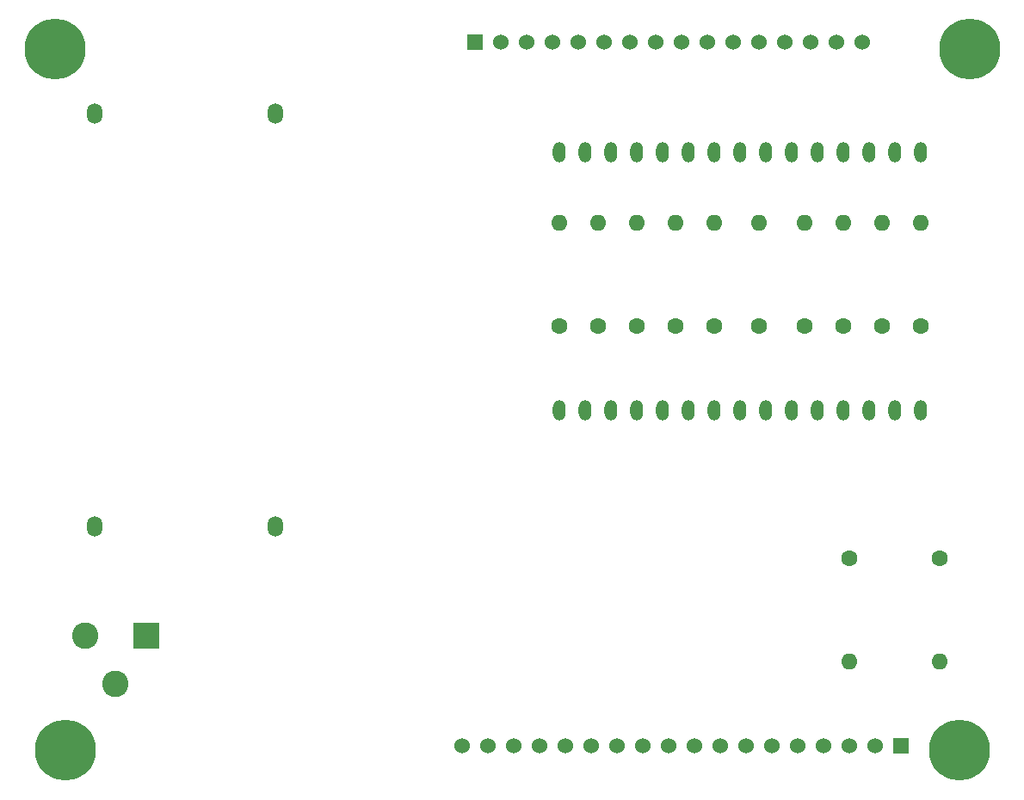
<source format=gbs>
G04 #@! TF.FileFunction,Soldermask,Bot*
%FSLAX46Y46*%
G04 Gerber Fmt 4.6, Leading zero omitted, Abs format (unit mm)*
G04 Created by KiCad (PCBNEW 4.0.7) date 04/07/18 01:33:42*
%MOMM*%
%LPD*%
G01*
G04 APERTURE LIST*
%ADD10C,0.100000*%
%ADD11O,1.500000X2.000000*%
%ADD12R,2.600000X2.600000*%
%ADD13C,2.600000*%
%ADD14C,1.524000*%
%ADD15R,1.524000X1.524000*%
%ADD16C,1.600000*%
%ADD17O,1.600000X1.600000*%
%ADD18O,1.270000X2.000000*%
%ADD19C,6.000000*%
G04 APERTURE END LIST*
D10*
D11*
X48895000Y-41275000D03*
X48895000Y-81915000D03*
X66675000Y-41275000D03*
X66675000Y-81915000D03*
D12*
X53975000Y-92710000D03*
D13*
X47975000Y-92710000D03*
X50975000Y-97410000D03*
D14*
X104140000Y-34290000D03*
X106680000Y-34290000D03*
X101600000Y-34290000D03*
X109220000Y-34290000D03*
X99060000Y-34290000D03*
X111760000Y-34290000D03*
X96520000Y-34290000D03*
X114300000Y-34290000D03*
X93980000Y-34290000D03*
X116840000Y-34290000D03*
X91440000Y-34290000D03*
X119380000Y-34290000D03*
X88900000Y-34290000D03*
X121920000Y-34290000D03*
D15*
X86360000Y-34290000D03*
D14*
X124460000Y-34290000D03*
X110490000Y-103505000D03*
X107950000Y-103505000D03*
X113030000Y-103505000D03*
X105410000Y-103505000D03*
X115570000Y-103505000D03*
X102870000Y-103505000D03*
X118110000Y-103505000D03*
X100330000Y-103505000D03*
X120650000Y-103505000D03*
X97790000Y-103505000D03*
X123190000Y-103505000D03*
X95250000Y-103505000D03*
X125730000Y-103505000D03*
X92710000Y-103505000D03*
D15*
X128270000Y-103505000D03*
D14*
X90170000Y-103505000D03*
X87630000Y-103505000D03*
X85090000Y-103505000D03*
D16*
X106045000Y-62230000D03*
D17*
X106045000Y-52070000D03*
D16*
X118745000Y-62230000D03*
D17*
X118745000Y-52070000D03*
D16*
X94615000Y-62230000D03*
D17*
X94615000Y-52070000D03*
D16*
X109855000Y-62230000D03*
D17*
X109855000Y-52070000D03*
D16*
X130175000Y-62230000D03*
D17*
X130175000Y-52070000D03*
D16*
X126365000Y-62230000D03*
D17*
X126365000Y-52070000D03*
D16*
X114300000Y-62230000D03*
D17*
X114300000Y-52070000D03*
D16*
X102235000Y-62230000D03*
D17*
X102235000Y-52070000D03*
D16*
X98425000Y-62230000D03*
D17*
X98425000Y-52070000D03*
D16*
X122555000Y-62230000D03*
D17*
X122555000Y-52070000D03*
D16*
X123190000Y-85090000D03*
D17*
X123190000Y-95250000D03*
D16*
X132080000Y-85090000D03*
D17*
X132080000Y-95250000D03*
D18*
X94615000Y-45085000D03*
X94615000Y-70485000D03*
X97155000Y-45085000D03*
X97155000Y-70485000D03*
X99695000Y-45085000D03*
X99695000Y-70485000D03*
X102235000Y-45085000D03*
X102235000Y-70485000D03*
X104775000Y-45085000D03*
X104775000Y-70485000D03*
X107315000Y-45085000D03*
X107315000Y-70485000D03*
X109855000Y-45085000D03*
X109855000Y-70485000D03*
X112395000Y-45085000D03*
X112395000Y-70485000D03*
X114935000Y-45085000D03*
X114935000Y-70485000D03*
X117475000Y-45085000D03*
X117475000Y-70485000D03*
X120015000Y-45085000D03*
X120015000Y-70485000D03*
X122555000Y-45085000D03*
X122555000Y-70485000D03*
X125095000Y-45085000D03*
X125095000Y-70485000D03*
X127635000Y-45085000D03*
X127635000Y-70485000D03*
X130175000Y-45085000D03*
X130175000Y-70485000D03*
D19*
X46000000Y-104000000D03*
X134000000Y-104000000D03*
X45000000Y-35000000D03*
X135000000Y-35000000D03*
M02*

</source>
